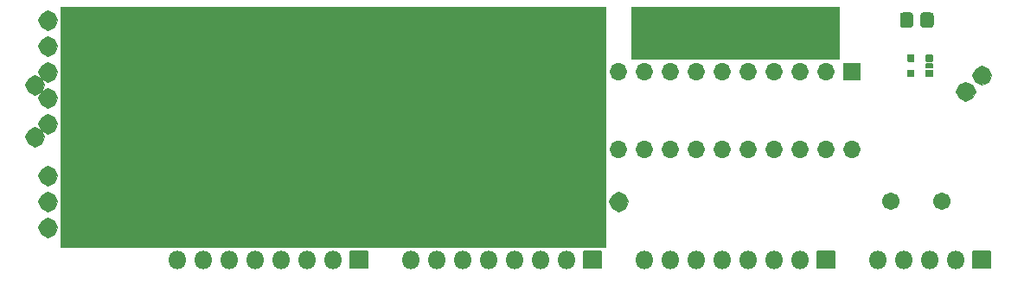
<source format=gbr>
G04 #@! TF.GenerationSoftware,KiCad,Pcbnew,(5.1.8)-1*
G04 #@! TF.CreationDate,2022-05-21T00:46:39+03:00*
G04 #@! TF.ProjectId,template,74656d70-6c61-4746-952e-6b696361645f,rev?*
G04 #@! TF.SameCoordinates,Original*
G04 #@! TF.FileFunction,Soldermask,Bot*
G04 #@! TF.FilePolarity,Negative*
%FSLAX46Y46*%
G04 Gerber Fmt 4.6, Leading zero omitted, Abs format (unit mm)*
G04 Created by KiCad (PCBNEW (5.1.8)-1) date 2022-05-21 00:46:39*
%MOMM*%
%LPD*%
G01*
G04 APERTURE LIST*
%ADD10C,0.100000*%
%ADD11O,1.802000X1.802000*%
%ADD12C,1.702000*%
%ADD13O,1.702000X1.702000*%
G04 APERTURE END LIST*
D10*
G36*
X81915000Y-57785000D02*
G01*
X82232500Y-58420000D01*
X81915000Y-59055000D01*
X81280000Y-59372500D01*
X80645000Y-59055000D01*
X80327500Y-58420000D01*
X80645000Y-57785000D01*
X81280000Y-57467500D01*
X81915000Y-57785000D01*
G37*
X81915000Y-57785000D02*
X82232500Y-58420000D01*
X81915000Y-59055000D01*
X81280000Y-59372500D01*
X80645000Y-59055000D01*
X80327500Y-58420000D01*
X80645000Y-57785000D01*
X81280000Y-57467500D01*
X81915000Y-57785000D01*
G36*
X115887500Y-46990000D02*
G01*
X116205000Y-47625000D01*
X115887500Y-48260000D01*
X115252500Y-48577500D01*
X114617500Y-48260000D01*
X114300000Y-47625000D01*
X114617500Y-46990000D01*
X115252500Y-46672500D01*
X115887500Y-46990000D01*
G37*
X115887500Y-46990000D02*
X116205000Y-47625000D01*
X115887500Y-48260000D01*
X115252500Y-48577500D01*
X114617500Y-48260000D01*
X114300000Y-47625000D01*
X114617500Y-46990000D01*
X115252500Y-46672500D01*
X115887500Y-46990000D01*
G36*
X117475000Y-45402500D02*
G01*
X117792500Y-46037500D01*
X117475000Y-46672500D01*
X116840000Y-46990000D01*
X116205000Y-46672500D01*
X115887500Y-46037500D01*
X116205000Y-45402500D01*
X116840000Y-45085000D01*
X117475000Y-45402500D01*
G37*
X117475000Y-45402500D02*
X117792500Y-46037500D01*
X117475000Y-46672500D01*
X116840000Y-46990000D01*
X116205000Y-46672500D01*
X115887500Y-46037500D01*
X116205000Y-45402500D01*
X116840000Y-45085000D01*
X117475000Y-45402500D01*
G36*
X26035000Y-60325000D02*
G01*
X26352500Y-60960000D01*
X26035000Y-61595000D01*
X25400000Y-61912500D01*
X24765000Y-61595000D01*
X24447500Y-60960000D01*
X24765000Y-60325000D01*
X25400000Y-60007500D01*
X26035000Y-60325000D01*
G37*
X26035000Y-60325000D02*
X26352500Y-60960000D01*
X26035000Y-61595000D01*
X25400000Y-61912500D01*
X24765000Y-61595000D01*
X24447500Y-60960000D01*
X24765000Y-60325000D01*
X25400000Y-60007500D01*
X26035000Y-60325000D01*
G36*
X26035000Y-57785000D02*
G01*
X26352500Y-58420000D01*
X26035000Y-59055000D01*
X25400000Y-59372500D01*
X24765000Y-59055000D01*
X24447500Y-58420000D01*
X24765000Y-57785000D01*
X25400000Y-57467500D01*
X26035000Y-57785000D01*
G37*
X26035000Y-57785000D02*
X26352500Y-58420000D01*
X26035000Y-59055000D01*
X25400000Y-59372500D01*
X24765000Y-59055000D01*
X24447500Y-58420000D01*
X24765000Y-57785000D01*
X25400000Y-57467500D01*
X26035000Y-57785000D01*
G36*
X26035000Y-55245000D02*
G01*
X26352500Y-55880000D01*
X26035000Y-56515000D01*
X25400000Y-56832500D01*
X24765000Y-56515000D01*
X24447500Y-55880000D01*
X24765000Y-55245000D01*
X25400000Y-54927500D01*
X26035000Y-55245000D01*
G37*
X26035000Y-55245000D02*
X26352500Y-55880000D01*
X26035000Y-56515000D01*
X25400000Y-56832500D01*
X24765000Y-56515000D01*
X24447500Y-55880000D01*
X24765000Y-55245000D01*
X25400000Y-54927500D01*
X26035000Y-55245000D01*
G36*
X26035000Y-50165000D02*
G01*
X26352500Y-50800000D01*
X26035000Y-51435000D01*
X25400000Y-51752500D01*
X24765000Y-51435000D01*
X24447500Y-50800000D01*
X24765000Y-50165000D01*
X25400000Y-49847500D01*
X26035000Y-50165000D01*
G37*
X26035000Y-50165000D02*
X26352500Y-50800000D01*
X26035000Y-51435000D01*
X25400000Y-51752500D01*
X24765000Y-51435000D01*
X24447500Y-50800000D01*
X24765000Y-50165000D01*
X25400000Y-49847500D01*
X26035000Y-50165000D01*
G36*
X26035000Y-47625000D02*
G01*
X26352500Y-48260000D01*
X26035000Y-48895000D01*
X25400000Y-49212500D01*
X24765000Y-48895000D01*
X24447500Y-48260000D01*
X24765000Y-47625000D01*
X25400000Y-47307500D01*
X26035000Y-47625000D01*
G37*
X26035000Y-47625000D02*
X26352500Y-48260000D01*
X26035000Y-48895000D01*
X25400000Y-49212500D01*
X24765000Y-48895000D01*
X24447500Y-48260000D01*
X24765000Y-47625000D01*
X25400000Y-47307500D01*
X26035000Y-47625000D01*
G36*
X26035000Y-45085000D02*
G01*
X26352500Y-45720000D01*
X26035000Y-46355000D01*
X25400000Y-46672500D01*
X24765000Y-46355000D01*
X24447500Y-45720000D01*
X24765000Y-45085000D01*
X25400000Y-44767500D01*
X26035000Y-45085000D01*
G37*
X26035000Y-45085000D02*
X26352500Y-45720000D01*
X26035000Y-46355000D01*
X25400000Y-46672500D01*
X24765000Y-46355000D01*
X24447500Y-45720000D01*
X24765000Y-45085000D01*
X25400000Y-44767500D01*
X26035000Y-45085000D01*
G36*
X26035000Y-42545000D02*
G01*
X26352500Y-43180000D01*
X26035000Y-43815000D01*
X25400000Y-44132500D01*
X24765000Y-43815000D01*
X24447500Y-43180000D01*
X24765000Y-42545000D01*
X25400000Y-42227500D01*
X26035000Y-42545000D01*
G37*
X26035000Y-42545000D02*
X26352500Y-43180000D01*
X26035000Y-43815000D01*
X25400000Y-44132500D01*
X24765000Y-43815000D01*
X24447500Y-43180000D01*
X24765000Y-42545000D01*
X25400000Y-42227500D01*
X26035000Y-42545000D01*
G36*
X26035000Y-40005000D02*
G01*
X26352500Y-40640000D01*
X26035000Y-41275000D01*
X25400000Y-41592500D01*
X24765000Y-41275000D01*
X24447500Y-40640000D01*
X24765000Y-40005000D01*
X25400000Y-39687500D01*
X26035000Y-40005000D01*
G37*
X26035000Y-40005000D02*
X26352500Y-40640000D01*
X26035000Y-41275000D01*
X25400000Y-41592500D01*
X24765000Y-41275000D01*
X24447500Y-40640000D01*
X24765000Y-40005000D01*
X25400000Y-39687500D01*
X26035000Y-40005000D01*
G36*
X24765000Y-51435000D02*
G01*
X25082500Y-52070000D01*
X24765000Y-52705000D01*
X24130000Y-53022500D01*
X23495000Y-52705000D01*
X23177500Y-52070000D01*
X23495000Y-51435000D01*
X24130000Y-51117500D01*
X24765000Y-51435000D01*
G37*
X24765000Y-51435000D02*
X25082500Y-52070000D01*
X24765000Y-52705000D01*
X24130000Y-53022500D01*
X23495000Y-52705000D01*
X23177500Y-52070000D01*
X23495000Y-51435000D01*
X24130000Y-51117500D01*
X24765000Y-51435000D01*
G36*
X24765000Y-46355000D02*
G01*
X25082500Y-46990000D01*
X24765000Y-47625000D01*
X24130000Y-47942500D01*
X23495000Y-47625000D01*
X23177500Y-46990000D01*
X23495000Y-46355000D01*
X24130000Y-46037500D01*
X24765000Y-46355000D01*
G37*
X24765000Y-46355000D02*
X25082500Y-46990000D01*
X24765000Y-47625000D01*
X24130000Y-47942500D01*
X23495000Y-47625000D01*
X23177500Y-46990000D01*
X23495000Y-46355000D01*
X24130000Y-46037500D01*
X24765000Y-46355000D01*
G36*
X102870000Y-44450000D02*
G01*
X82550000Y-44450000D01*
X82550000Y-39370000D01*
X102870000Y-39370000D01*
X102870000Y-44450000D01*
G37*
X102870000Y-44450000D02*
X82550000Y-44450000D01*
X82550000Y-39370000D01*
X102870000Y-39370000D01*
X102870000Y-44450000D01*
G36*
X80010000Y-62865000D02*
G01*
X26670000Y-62865000D01*
X26670000Y-39370000D01*
X80010000Y-39370000D01*
X80010000Y-62865000D01*
G37*
X80010000Y-62865000D02*
X26670000Y-62865000D01*
X26670000Y-39370000D01*
X80010000Y-39370000D01*
X80010000Y-62865000D01*
G36*
X81915000Y-57785000D02*
G01*
X82232500Y-58420000D01*
X81915000Y-59055000D01*
X81280000Y-59372500D01*
X80645000Y-59055000D01*
X80327500Y-58420000D01*
X80645000Y-57785000D01*
X81280000Y-57467500D01*
X81915000Y-57785000D01*
G37*
X81915000Y-57785000D02*
X82232500Y-58420000D01*
X81915000Y-59055000D01*
X81280000Y-59372500D01*
X80645000Y-59055000D01*
X80327500Y-58420000D01*
X80645000Y-57785000D01*
X81280000Y-57467500D01*
X81915000Y-57785000D01*
G36*
X115887500Y-46990000D02*
G01*
X116205000Y-47625000D01*
X115887500Y-48260000D01*
X115252500Y-48577500D01*
X114617500Y-48260000D01*
X114300000Y-47625000D01*
X114617500Y-46990000D01*
X115252500Y-46672500D01*
X115887500Y-46990000D01*
G37*
X115887500Y-46990000D02*
X116205000Y-47625000D01*
X115887500Y-48260000D01*
X115252500Y-48577500D01*
X114617500Y-48260000D01*
X114300000Y-47625000D01*
X114617500Y-46990000D01*
X115252500Y-46672500D01*
X115887500Y-46990000D01*
G36*
X117475000Y-45402500D02*
G01*
X117792500Y-46037500D01*
X117475000Y-46672500D01*
X116840000Y-46990000D01*
X116205000Y-46672500D01*
X115887500Y-46037500D01*
X116205000Y-45402500D01*
X116840000Y-45085000D01*
X117475000Y-45402500D01*
G37*
X117475000Y-45402500D02*
X117792500Y-46037500D01*
X117475000Y-46672500D01*
X116840000Y-46990000D01*
X116205000Y-46672500D01*
X115887500Y-46037500D01*
X116205000Y-45402500D01*
X116840000Y-45085000D01*
X117475000Y-45402500D01*
G36*
X26035000Y-60325000D02*
G01*
X26352500Y-60960000D01*
X26035000Y-61595000D01*
X25400000Y-61912500D01*
X24765000Y-61595000D01*
X24447500Y-60960000D01*
X24765000Y-60325000D01*
X25400000Y-60007500D01*
X26035000Y-60325000D01*
G37*
X26035000Y-60325000D02*
X26352500Y-60960000D01*
X26035000Y-61595000D01*
X25400000Y-61912500D01*
X24765000Y-61595000D01*
X24447500Y-60960000D01*
X24765000Y-60325000D01*
X25400000Y-60007500D01*
X26035000Y-60325000D01*
G36*
X26035000Y-57785000D02*
G01*
X26352500Y-58420000D01*
X26035000Y-59055000D01*
X25400000Y-59372500D01*
X24765000Y-59055000D01*
X24447500Y-58420000D01*
X24765000Y-57785000D01*
X25400000Y-57467500D01*
X26035000Y-57785000D01*
G37*
X26035000Y-57785000D02*
X26352500Y-58420000D01*
X26035000Y-59055000D01*
X25400000Y-59372500D01*
X24765000Y-59055000D01*
X24447500Y-58420000D01*
X24765000Y-57785000D01*
X25400000Y-57467500D01*
X26035000Y-57785000D01*
G36*
X26035000Y-55245000D02*
G01*
X26352500Y-55880000D01*
X26035000Y-56515000D01*
X25400000Y-56832500D01*
X24765000Y-56515000D01*
X24447500Y-55880000D01*
X24765000Y-55245000D01*
X25400000Y-54927500D01*
X26035000Y-55245000D01*
G37*
X26035000Y-55245000D02*
X26352500Y-55880000D01*
X26035000Y-56515000D01*
X25400000Y-56832500D01*
X24765000Y-56515000D01*
X24447500Y-55880000D01*
X24765000Y-55245000D01*
X25400000Y-54927500D01*
X26035000Y-55245000D01*
G36*
X26035000Y-50165000D02*
G01*
X26352500Y-50800000D01*
X26035000Y-51435000D01*
X25400000Y-51752500D01*
X24765000Y-51435000D01*
X24447500Y-50800000D01*
X24765000Y-50165000D01*
X25400000Y-49847500D01*
X26035000Y-50165000D01*
G37*
X26035000Y-50165000D02*
X26352500Y-50800000D01*
X26035000Y-51435000D01*
X25400000Y-51752500D01*
X24765000Y-51435000D01*
X24447500Y-50800000D01*
X24765000Y-50165000D01*
X25400000Y-49847500D01*
X26035000Y-50165000D01*
G36*
X26035000Y-47625000D02*
G01*
X26352500Y-48260000D01*
X26035000Y-48895000D01*
X25400000Y-49212500D01*
X24765000Y-48895000D01*
X24447500Y-48260000D01*
X24765000Y-47625000D01*
X25400000Y-47307500D01*
X26035000Y-47625000D01*
G37*
X26035000Y-47625000D02*
X26352500Y-48260000D01*
X26035000Y-48895000D01*
X25400000Y-49212500D01*
X24765000Y-48895000D01*
X24447500Y-48260000D01*
X24765000Y-47625000D01*
X25400000Y-47307500D01*
X26035000Y-47625000D01*
G36*
X26035000Y-45085000D02*
G01*
X26352500Y-45720000D01*
X26035000Y-46355000D01*
X25400000Y-46672500D01*
X24765000Y-46355000D01*
X24447500Y-45720000D01*
X24765000Y-45085000D01*
X25400000Y-44767500D01*
X26035000Y-45085000D01*
G37*
X26035000Y-45085000D02*
X26352500Y-45720000D01*
X26035000Y-46355000D01*
X25400000Y-46672500D01*
X24765000Y-46355000D01*
X24447500Y-45720000D01*
X24765000Y-45085000D01*
X25400000Y-44767500D01*
X26035000Y-45085000D01*
G36*
X26035000Y-42545000D02*
G01*
X26352500Y-43180000D01*
X26035000Y-43815000D01*
X25400000Y-44132500D01*
X24765000Y-43815000D01*
X24447500Y-43180000D01*
X24765000Y-42545000D01*
X25400000Y-42227500D01*
X26035000Y-42545000D01*
G37*
X26035000Y-42545000D02*
X26352500Y-43180000D01*
X26035000Y-43815000D01*
X25400000Y-44132500D01*
X24765000Y-43815000D01*
X24447500Y-43180000D01*
X24765000Y-42545000D01*
X25400000Y-42227500D01*
X26035000Y-42545000D01*
G36*
X26035000Y-40005000D02*
G01*
X26352500Y-40640000D01*
X26035000Y-41275000D01*
X25400000Y-41592500D01*
X24765000Y-41275000D01*
X24447500Y-40640000D01*
X24765000Y-40005000D01*
X25400000Y-39687500D01*
X26035000Y-40005000D01*
G37*
X26035000Y-40005000D02*
X26352500Y-40640000D01*
X26035000Y-41275000D01*
X25400000Y-41592500D01*
X24765000Y-41275000D01*
X24447500Y-40640000D01*
X24765000Y-40005000D01*
X25400000Y-39687500D01*
X26035000Y-40005000D01*
G36*
X24765000Y-51435000D02*
G01*
X25082500Y-52070000D01*
X24765000Y-52705000D01*
X24130000Y-53022500D01*
X23495000Y-52705000D01*
X23177500Y-52070000D01*
X23495000Y-51435000D01*
X24130000Y-51117500D01*
X24765000Y-51435000D01*
G37*
X24765000Y-51435000D02*
X25082500Y-52070000D01*
X24765000Y-52705000D01*
X24130000Y-53022500D01*
X23495000Y-52705000D01*
X23177500Y-52070000D01*
X23495000Y-51435000D01*
X24130000Y-51117500D01*
X24765000Y-51435000D01*
G36*
X24765000Y-46355000D02*
G01*
X25082500Y-46990000D01*
X24765000Y-47625000D01*
X24130000Y-47942500D01*
X23495000Y-47625000D01*
X23177500Y-46990000D01*
X23495000Y-46355000D01*
X24130000Y-46037500D01*
X24765000Y-46355000D01*
G37*
X24765000Y-46355000D02*
X25082500Y-46990000D01*
X24765000Y-47625000D01*
X24130000Y-47942500D01*
X23495000Y-47625000D01*
X23177500Y-46990000D01*
X23495000Y-46355000D01*
X24130000Y-46037500D01*
X24765000Y-46355000D01*
G36*
X102870000Y-44450000D02*
G01*
X82550000Y-44450000D01*
X82550000Y-39370000D01*
X102870000Y-39370000D01*
X102870000Y-44450000D01*
G37*
X102870000Y-44450000D02*
X82550000Y-44450000D01*
X82550000Y-39370000D01*
X102870000Y-39370000D01*
X102870000Y-44450000D01*
G36*
X80010000Y-62865000D02*
G01*
X26670000Y-62865000D01*
X26670000Y-39370000D01*
X80010000Y-39370000D01*
X80010000Y-62865000D01*
G37*
X80010000Y-62865000D02*
X26670000Y-62865000D01*
X26670000Y-39370000D01*
X80010000Y-39370000D01*
X80010000Y-62865000D01*
G36*
G01*
X28419752Y-52991000D02*
X27460248Y-52991000D01*
G75*
G02*
X27189000Y-52719752I0J271248D01*
G01*
X27189000Y-51960248D01*
G75*
G02*
X27460248Y-51689000I271248J0D01*
G01*
X28419752Y-51689000D01*
G75*
G02*
X28691000Y-51960248I0J-271248D01*
G01*
X28691000Y-52719752D01*
G75*
G02*
X28419752Y-52991000I-271248J0D01*
G01*
G37*
G36*
G01*
X28419752Y-54991000D02*
X27460248Y-54991000D01*
G75*
G02*
X27189000Y-54719752I0J271248D01*
G01*
X27189000Y-53960248D01*
G75*
G02*
X27460248Y-53689000I271248J0D01*
G01*
X28419752Y-53689000D01*
G75*
G02*
X28691000Y-53960248I0J-271248D01*
G01*
X28691000Y-54719752D01*
G75*
G02*
X28419752Y-54991000I-271248J0D01*
G01*
G37*
G36*
G01*
X110141000Y-40160248D02*
X110141000Y-41119752D01*
G75*
G02*
X109869752Y-41391000I-271248J0D01*
G01*
X109110248Y-41391000D01*
G75*
G02*
X108839000Y-41119752I0J271248D01*
G01*
X108839000Y-40160248D01*
G75*
G02*
X109110248Y-39889000I271248J0D01*
G01*
X109869752Y-39889000D01*
G75*
G02*
X110141000Y-40160248I0J-271248D01*
G01*
G37*
G36*
G01*
X112141000Y-40160248D02*
X112141000Y-41119752D01*
G75*
G02*
X111869752Y-41391000I-271248J0D01*
G01*
X111110248Y-41391000D01*
G75*
G02*
X110839000Y-41119752I0J271248D01*
G01*
X110839000Y-40160248D01*
G75*
G02*
X111110248Y-39889000I271248J0D01*
G01*
X111869752Y-39889000D01*
G75*
G02*
X112141000Y-40160248I0J-271248D01*
G01*
G37*
D11*
X83820000Y-64135000D03*
X86360000Y-64135000D03*
X88900000Y-64135000D03*
X91440000Y-64135000D03*
X93980000Y-64135000D03*
X96520000Y-64135000D03*
X99060000Y-64135000D03*
G36*
G01*
X100750000Y-63234000D02*
X102450000Y-63234000D01*
G75*
G02*
X102501000Y-63285000I0J-51000D01*
G01*
X102501000Y-64985000D01*
G75*
G02*
X102450000Y-65036000I-51000J0D01*
G01*
X100750000Y-65036000D01*
G75*
G02*
X100699000Y-64985000I0J51000D01*
G01*
X100699000Y-63285000D01*
G75*
G02*
X100750000Y-63234000I51000J0D01*
G01*
G37*
X60960000Y-64135000D03*
X63500000Y-64135000D03*
X66040000Y-64135000D03*
X68580000Y-64135000D03*
X71120000Y-64135000D03*
X73660000Y-64135000D03*
X76200000Y-64135000D03*
G36*
G01*
X77890000Y-63234000D02*
X79590000Y-63234000D01*
G75*
G02*
X79641000Y-63285000I0J-51000D01*
G01*
X79641000Y-64985000D01*
G75*
G02*
X79590000Y-65036000I-51000J0D01*
G01*
X77890000Y-65036000D01*
G75*
G02*
X77839000Y-64985000I0J51000D01*
G01*
X77839000Y-63285000D01*
G75*
G02*
X77890000Y-63234000I51000J0D01*
G01*
G37*
X38100000Y-64135000D03*
X40640000Y-64135000D03*
X43180000Y-64135000D03*
X45720000Y-64135000D03*
X48260000Y-64135000D03*
X50800000Y-64135000D03*
X53340000Y-64135000D03*
G36*
G01*
X55030000Y-63234000D02*
X56730000Y-63234000D01*
G75*
G02*
X56781000Y-63285000I0J-51000D01*
G01*
X56781000Y-64985000D01*
G75*
G02*
X56730000Y-65036000I-51000J0D01*
G01*
X55030000Y-65036000D01*
G75*
G02*
X54979000Y-64985000I0J51000D01*
G01*
X54979000Y-63285000D01*
G75*
G02*
X55030000Y-63234000I51000J0D01*
G01*
G37*
D12*
X107950000Y-58420000D03*
X112950000Y-58420000D03*
G36*
G01*
X103340000Y-44869000D02*
X104940000Y-44869000D01*
G75*
G02*
X104991000Y-44920000I0J-51000D01*
G01*
X104991000Y-46520000D01*
G75*
G02*
X104940000Y-46571000I-51000J0D01*
G01*
X103340000Y-46571000D01*
G75*
G02*
X103289000Y-46520000I0J51000D01*
G01*
X103289000Y-44920000D01*
G75*
G02*
X103340000Y-44869000I51000J0D01*
G01*
G37*
D13*
X81280000Y-53340000D03*
X101600000Y-45720000D03*
X83820000Y-53340000D03*
X99060000Y-45720000D03*
X86360000Y-53340000D03*
X96520000Y-45720000D03*
X88900000Y-53340000D03*
X93980000Y-45720000D03*
X91440000Y-53340000D03*
X91440000Y-45720000D03*
X93980000Y-53340000D03*
X88900000Y-45720000D03*
X96520000Y-53340000D03*
X86360000Y-45720000D03*
X99060000Y-53340000D03*
X83820000Y-45720000D03*
X101600000Y-53340000D03*
X81280000Y-45720000D03*
X104140000Y-53340000D03*
G36*
G01*
X115990000Y-63234000D02*
X117690000Y-63234000D01*
G75*
G02*
X117741000Y-63285000I0J-51000D01*
G01*
X117741000Y-64985000D01*
G75*
G02*
X117690000Y-65036000I-51000J0D01*
G01*
X115990000Y-65036000D01*
G75*
G02*
X115939000Y-64985000I0J51000D01*
G01*
X115939000Y-63285000D01*
G75*
G02*
X115990000Y-63234000I51000J0D01*
G01*
G37*
D11*
X114300000Y-64135000D03*
X111760000Y-64135000D03*
X109220000Y-64135000D03*
X106680000Y-64135000D03*
G36*
G01*
X109615000Y-44021500D02*
X110215000Y-44021500D01*
G75*
G02*
X110266000Y-44072500I0J-51000D01*
G01*
X110266000Y-44672500D01*
G75*
G02*
X110215000Y-44723500I-51000J0D01*
G01*
X109615000Y-44723500D01*
G75*
G02*
X109564000Y-44672500I0J51000D01*
G01*
X109564000Y-44072500D01*
G75*
G02*
X109615000Y-44021500I51000J0D01*
G01*
G37*
G36*
G01*
X109615000Y-45521500D02*
X110215000Y-45521500D01*
G75*
G02*
X110266000Y-45572500I0J-51000D01*
G01*
X110266000Y-46172500D01*
G75*
G02*
X110215000Y-46223500I-51000J0D01*
G01*
X109615000Y-46223500D01*
G75*
G02*
X109564000Y-46172500I0J51000D01*
G01*
X109564000Y-45572500D01*
G75*
G02*
X109615000Y-45521500I51000J0D01*
G01*
G37*
G36*
G01*
X111415000Y-45521500D02*
X112015000Y-45521500D01*
G75*
G02*
X112066000Y-45572500I0J-51000D01*
G01*
X112066000Y-46172500D01*
G75*
G02*
X112015000Y-46223500I-51000J0D01*
G01*
X111415000Y-46223500D01*
G75*
G02*
X111364000Y-46172500I0J51000D01*
G01*
X111364000Y-45572500D01*
G75*
G02*
X111415000Y-45521500I51000J0D01*
G01*
G37*
G36*
G01*
X111415000Y-44021500D02*
X112015000Y-44021500D01*
G75*
G02*
X112066000Y-44072500I0J-51000D01*
G01*
X112066000Y-44672500D01*
G75*
G02*
X112015000Y-44723500I-51000J0D01*
G01*
X111415000Y-44723500D01*
G75*
G02*
X111364000Y-44672500I0J51000D01*
G01*
X111364000Y-44072500D01*
G75*
G02*
X111415000Y-44021500I51000J0D01*
G01*
G37*
G36*
G01*
X111415000Y-44871500D02*
X112015000Y-44871500D01*
G75*
G02*
X112066000Y-44922500I0J-51000D01*
G01*
X112066000Y-45322500D01*
G75*
G02*
X112015000Y-45373500I-51000J0D01*
G01*
X111415000Y-45373500D01*
G75*
G02*
X111364000Y-45322500I0J51000D01*
G01*
X111364000Y-44922500D01*
G75*
G02*
X111415000Y-44871500I51000J0D01*
G01*
G37*
M02*

</source>
